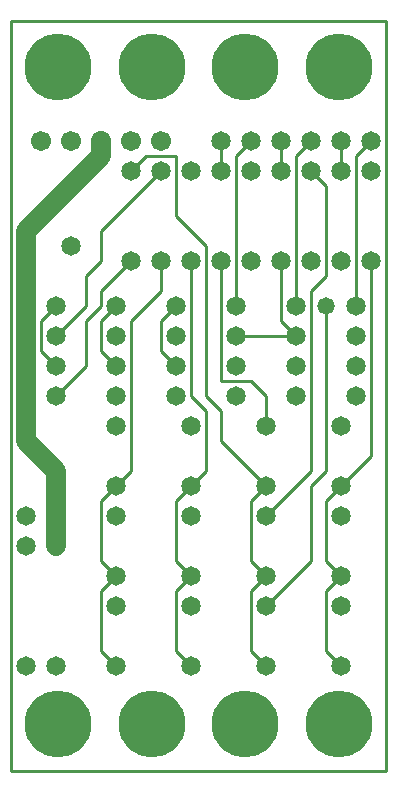
<source format=gtl>
%MOIN*%
%FSLAX25Y25*%
G04 D10 used for Character Trace; *
G04     Circle (OD=.01000) (No hole)*
G04 D11 used for Power Trace; *
G04     Circle (OD=.06700) (No hole)*
G04 D12 used for Signal Trace; *
G04     Circle (OD=.01100) (No hole)*
G04 D13 used for Via; *
G04     Circle (OD=.05800) (Round. Hole ID=.02800)*
G04 D14 used for Component hole; *
G04     Circle (OD=.06500) (Round. Hole ID=.03500)*
G04 D15 used for Component hole; *
G04     Circle (OD=.06700) (Round. Hole ID=.04300)*
G04 D16 used for Component hole; *
G04     Circle (OD=.08100) (Round. Hole ID=.05100)*
G04 D17 used for Component hole; *
G04     Circle (OD=.08900) (Round. Hole ID=.05900)*
G04 D18 used for Component hole; *
G04     Circle (OD=.11300) (Round. Hole ID=.08300)*
G04 D19 used for Component hole; *
G04     Circle (OD=.16000) (Round. Hole ID=.13000)*
G04 D20 used for Component hole; *
G04     Circle (OD=.18300) (Round. Hole ID=.15300)*
G04 D21 used for Component hole; *
G04     Circle (OD=.22291) (Round. Hole ID=.19291)*
%ADD10C,.01000*%
%ADD11C,.06700*%
%ADD12C,.01100*%
%ADD13C,.05800*%
%ADD14C,.06500*%
%ADD15C,.06700*%
%ADD16C,.08100*%
%ADD17C,.08900*%
%ADD18C,.11300*%
%ADD19C,.16000*%
%ADD20C,.18300*%
%ADD21C,.22291*%
%IPPOS*%
%LPD*%
G90*X0Y0D02*D21*X15625Y15625D03*D14*              
X35000Y35000D03*D12*X30000Y40000D01*Y60000D01*    
X35000Y65000D01*D14*D03*D12*X30000Y70000D01*      
Y90000D01*X35000Y95000D01*D14*D03*D12*            
X40000Y100000D01*Y150000D01*X50000Y160000D01*     
Y170000D01*D14*D03*X60000D03*D12*Y125000D01*      
X65000Y120000D01*Y100000D01*X60000Y95000D01*D14*  
D03*D12*X55000Y90000D01*Y70000D01*X60000Y65000D01*
D14*D03*D12*X55000Y60000D01*Y40000D01*            
X60000Y35000D01*D14*D03*D21*X78125Y15625D03*      
X46875D03*D14*X60000Y55000D03*D12*X85000Y35000D02*
X80000Y40000D01*D14*X85000Y35000D03*D12*          
X80000Y40000D02*Y60000D01*X85000Y65000D01*D14*D03*
D12*X80000Y70000D01*Y90000D01*X85000Y95000D01*D14*
D03*D12*X70000Y110000D01*Y120000D01*              
X65000Y125000D01*Y175000D01*X55000Y185000D01*     
Y205000D01*X45000D01*X40000Y200000D01*D14*D03*D15*
X50000Y210000D03*X30000D03*D11*Y205000D01*        
X20000Y195000D01*D14*D03*D11*X5000Y180000D01*     
Y125000D01*D14*D03*D11*Y110000D01*                
X15000Y100000D01*Y75000D01*D14*D03*X5000Y85000D03*
Y75000D03*X35000Y55000D03*Y85000D03*Y115000D03*   
X5000Y35000D03*X15000D03*X60000Y85000D03*         
Y115000D03*X55000Y125000D03*X35000D03*X15000D03*  
D12*X25000Y135000D01*Y150000D01*X30000Y155000D01* 
Y160000D01*X40000Y170000D01*D14*D03*D12*X30000D02*
Y180000D01*X25000Y165000D02*X30000Y170000D01*     
X25000Y155000D02*Y165000D01*X15000Y145000D02*     
X25000Y155000D01*D14*X15000Y145000D03*D12*        
X10000Y140000D02*Y150000D01*X15000Y135000D02*     
X10000Y140000D01*D14*X15000Y135000D03*D12*        
X30000Y140000D02*Y150000D01*X35000Y135000D02*     
X30000Y140000D01*D14*X35000Y135000D03*Y145000D03* 
D12*X50000Y140000D02*Y150000D01*X55000Y135000D02* 
X50000Y140000D01*D14*X55000Y135000D03*Y145000D03* 
D12*X70000Y130000D02*X80000D01*X85000Y125000D01*  
Y115000D01*D14*D03*X95000Y125000D03*X75000D03*D12*
X85000Y85000D02*X100000Y100000D01*D14*            
X85000Y85000D03*D12*Y55000D02*X100000Y70000D01*   
D14*X85000Y55000D03*D12*X100000Y70000D02*         
Y95000D01*X105000Y100000D01*Y155000D01*D13*D03*   
D12*X100000Y100000D02*Y160000D01*D14*             
X110000Y95000D03*D12*X105000Y90000D01*Y70000D01*  
X110000Y65000D01*D14*D03*D12*X105000Y60000D01*    
Y40000D01*X110000Y35000D01*D14*D03*Y55000D03*D21* 
X109375Y15625D03*D12*X0Y0D02*X125000D01*X0D02*    
Y250000D01*X125000D01*Y0D01*D14*X110000Y85000D03* 
D12*Y95000D02*X120000Y105000D01*Y170000D01*D14*   
D03*X110000D03*X115000Y155000D03*D12*Y205000D01*  
X120000Y210000D01*D14*D03*X110000Y200000D03*D12*  
Y210000D01*D14*D03*X120000Y200000D03*X100000D03*  
D12*X105000Y195000D01*Y165000D01*                 
X100000Y160000D01*D14*X95000Y155000D03*D12*       
Y205000D01*X100000Y210000D01*D14*D03*             
X90000Y200000D03*D12*Y210000D01*D14*D03*          
X80000Y200000D03*Y210000D03*D12*X75000Y205000D01* 
Y155000D01*D14*D03*Y145000D03*D12*X95000D01*D14*  
D03*D12*X90000Y150000D01*Y170000D01*D14*D03*      
X100000D03*X80000D03*X70000D03*D12*Y130000D01*D14*
X75000Y135000D03*D12*X50000Y150000D02*            
X55000Y155000D01*D14*D03*X35000D03*D12*           
X30000Y150000D01*D14*X15000Y155000D03*D12*        
X10000Y150000D01*D14*X20000Y175000D03*D12*        
X30000Y180000D02*X50000Y200000D01*D14*D03*D15*    
X40000Y210000D03*D14*X60000Y200000D03*X70000D03*  
D12*Y210000D01*D14*D03*D21*X46875Y234375D03*      
X78125D03*X109375D03*D15*X20000Y210000D03*D21*    
X15625Y234375D03*D15*X10000Y210000D03*D14*        
X115000Y145000D03*X95000Y135000D03*X115000D03*    
Y125000D03*X110000Y115000D03*M02*                 

</source>
